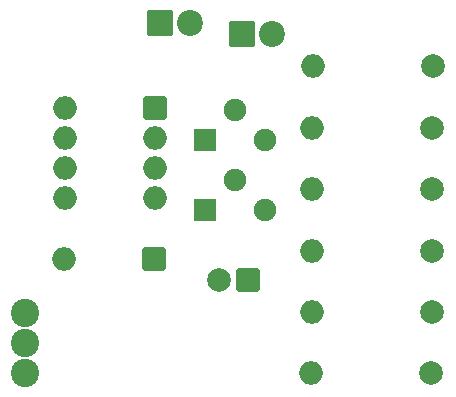
<source format=gbr>
%TF.GenerationSoftware,KiCad,Pcbnew,8.0.1*%
%TF.CreationDate,2024-04-02T10:11:43+02:00*%
%TF.ProjectId,Fledermaus I,466c6564-6572-46d6-9175-7320492e6b69,rev?*%
%TF.SameCoordinates,Original*%
%TF.FileFunction,Soldermask,Top*%
%TF.FilePolarity,Negative*%
%FSLAX46Y46*%
G04 Gerber Fmt 4.6, Leading zero omitted, Abs format (unit mm)*
G04 Created by KiCad (PCBNEW 8.0.1) date 2024-04-02 10:11:43*
%MOMM*%
%LPD*%
G01*
G04 APERTURE LIST*
G04 Aperture macros list*
%AMRoundRect*
0 Rectangle with rounded corners*
0 $1 Rounding radius*
0 $2 $3 $4 $5 $6 $7 $8 $9 X,Y pos of 4 corners*
0 Add a 4 corners polygon primitive as box body*
4,1,4,$2,$3,$4,$5,$6,$7,$8,$9,$2,$3,0*
0 Add four circle primitives for the rounded corners*
1,1,$1+$1,$2,$3*
1,1,$1+$1,$4,$5*
1,1,$1+$1,$6,$7*
1,1,$1+$1,$8,$9*
0 Add four rect primitives between the rounded corners*
20,1,$1+$1,$2,$3,$4,$5,0*
20,1,$1+$1,$4,$5,$6,$7,0*
20,1,$1+$1,$6,$7,$8,$9,0*
20,1,$1+$1,$8,$9,$2,$3,0*%
G04 Aperture macros list end*
%ADD10RoundRect,0.200000X-0.750000X-0.750000X0.750000X-0.750000X0.750000X0.750000X-0.750000X0.750000X0*%
%ADD11C,1.900000*%
%ADD12RoundRect,0.200000X-0.900000X-0.900000X0.900000X-0.900000X0.900000X0.900000X-0.900000X0.900000X0*%
%ADD13C,2.200000*%
%ADD14C,2.400000*%
%ADD15RoundRect,0.200000X0.800000X0.800000X-0.800000X0.800000X-0.800000X-0.800000X0.800000X-0.800000X0*%
%ADD16O,2.000000X2.000000*%
%ADD17C,2.000000*%
G04 APERTURE END LIST*
D10*
%TO.C,Q1*%
X88100000Y-71100000D03*
D11*
X90640000Y-68560000D03*
X93180000Y-71100000D03*
%TD*%
D12*
%TO.C,D1*%
X84325000Y-61200000D03*
D13*
X86865000Y-61200000D03*
%TD*%
D10*
%TO.C,Q2*%
X88100000Y-77042385D03*
D11*
X90640000Y-74502385D03*
X93180000Y-77042385D03*
%TD*%
D12*
%TO.C,D2*%
X91300000Y-62200000D03*
D13*
X93840000Y-62200000D03*
%TD*%
D14*
%TO.C,S1*%
X72900000Y-90900000D03*
X72900000Y-88360000D03*
X72900000Y-85820000D03*
%TD*%
D15*
%TO.C,D3*%
X83820000Y-81200000D03*
D16*
X76200000Y-81200000D03*
%TD*%
D17*
%TO.C,R1off1*%
X107300000Y-90900000D03*
D16*
X97140000Y-90900000D03*
%TD*%
D17*
%TO.C,R3*%
X107480000Y-64900000D03*
D16*
X97320000Y-64900000D03*
%TD*%
D15*
%TO.C,U1*%
X83920000Y-68460000D03*
D16*
X83920000Y-71000000D03*
X83920000Y-73540000D03*
X83920000Y-76080000D03*
X76300000Y-76080000D03*
X76300000Y-73540000D03*
X76300000Y-71000000D03*
X76300000Y-68460000D03*
%TD*%
D17*
%TO.C,R5*%
X107360000Y-75300000D03*
D16*
X97200000Y-75300000D03*
%TD*%
D17*
%TO.C,R2on2*%
X107360000Y-85700000D03*
D16*
X97200000Y-85700000D03*
%TD*%
D15*
%TO.C,C1*%
X91800000Y-83000000D03*
D17*
X89300000Y-83000000D03*
%TD*%
%TO.C,R4*%
X107360000Y-70100000D03*
D16*
X97200000Y-70100000D03*
%TD*%
D17*
%TO.C,R6*%
X107360000Y-80500000D03*
D16*
X97200000Y-80500000D03*
%TD*%
M02*

</source>
